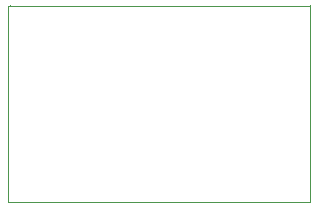
<source format=gbr>
G04 (created by PCBNEW (2013-07-07 BZR 4022)-stable) date 3/6/2015 8:08:16 AM*
%MOIN*%
G04 Gerber Fmt 3.4, Leading zero omitted, Abs format*
%FSLAX34Y34*%
G01*
G70*
G90*
G04 APERTURE LIST*
%ADD10C,0.00590551*%
%ADD11C,0.00393701*%
G04 APERTURE END LIST*
G54D10*
G54D11*
X5423Y-5454D02*
X5423Y-5450D01*
X15404Y-5454D02*
X5423Y-5454D01*
X5354Y-5460D02*
X5444Y-5460D01*
X5354Y-12015D02*
X5354Y-5460D01*
X15404Y-12015D02*
X5354Y-12015D01*
X15404Y-5445D02*
X15404Y-12015D01*
M02*

</source>
